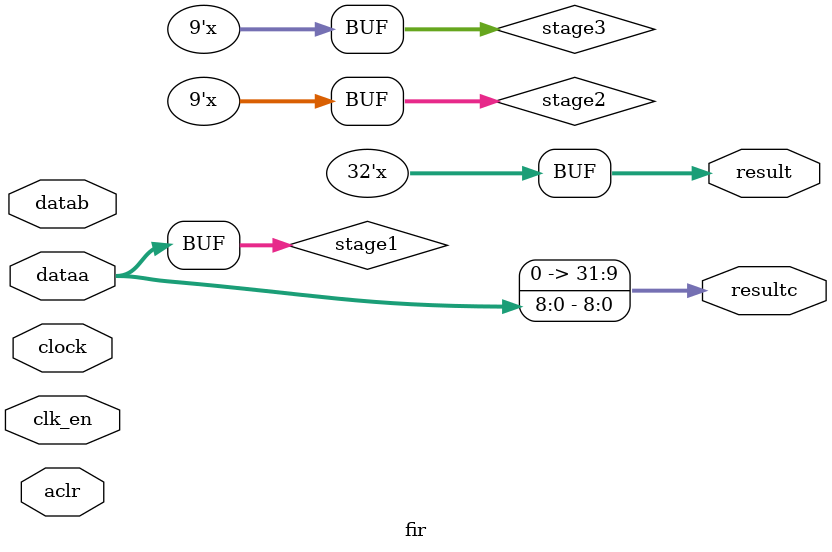
<source format=v>
'timescale 1 ps / 1 ps
// synopsys translate_on
module fir (
	aclr,
	clk_en,
	clock,
	dataa,
	datab,
	result,
	resultc
);

	input	aclr;
	input	clk_en;
	input	clock;
	input	[8:0]	dataa;
	input	[1:0]	datab;
	output	[31:0]	result;
	output	[31:0]	resultc;

	reg [31:0] result; // = dataa[15:0] << datab[15:0];
	reg [31:0] resultc;
	reg [8:0] stage1;
	reg [8:0] stage2;
	reg [8:0] stage3;

	reg [8:0] stage4;
	reg [8:0] stage5;
	reg [8:0] stage6;

	always @ (dataa) begin	
		stage3 <= stage2;		
		stage2 <= stage1;		
		stage1 <= dataa;
		
	 	result <= (dataa) + (stage1) + (stage2) + (stage3) + (stage4) + (stage5) + (stage6);
		resultc <= dataa;	
	end

endmodule

</source>
